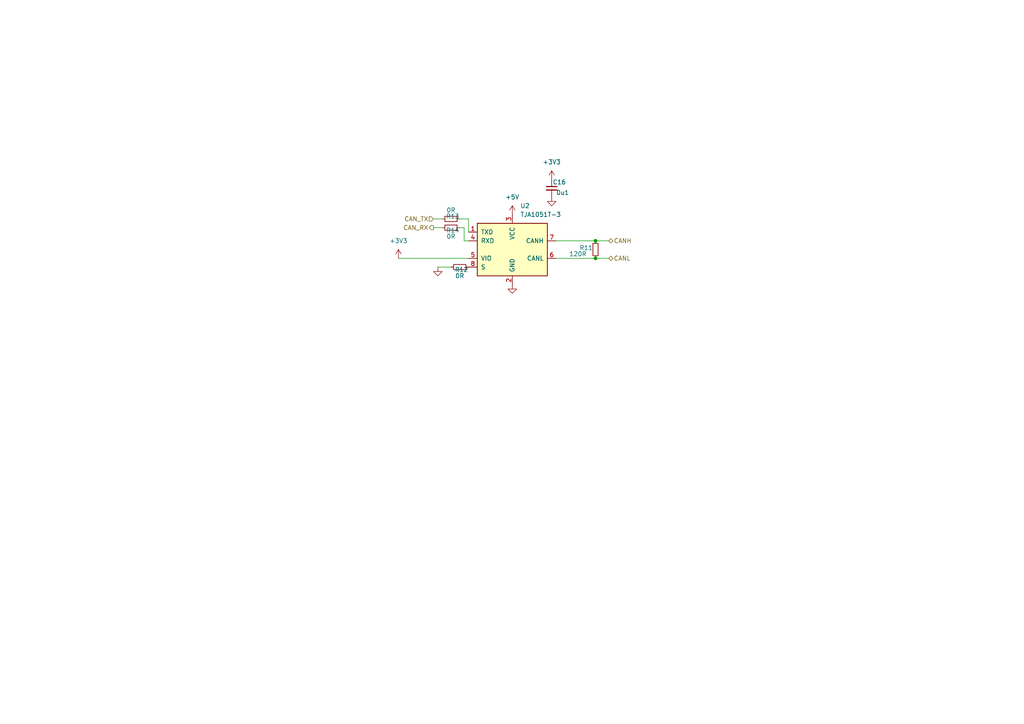
<source format=kicad_sch>
(kicad_sch (version 20231120) (generator "eeschema") (generator_version "8.0")
  (paper "A4")
  (lib_symbols
    (symbol "Device:C_Small" (pin_numbers hide) (pin_names (offset 0.254) hide)
      (property "Reference" "C" (at 0.254 1.778 0))
      (property "Value" "C_Small" (at 0.254 -2.032 0))
      (symbol "C_Small_0_1"
        (polyline (pts (xy -1.524 -0.508) (xy 1.524 -0.508)) (stroke (width 0.3302)))
        (polyline (pts (xy -1.524 0.508) (xy 1.524 0.508)) (stroke (width 0.3048)))
      )
      (symbol "C_Small_1_1"
        (pin passive line (at 0 2.54 270) (length 2.032) (name "~") (number "1"))
        (pin passive line (at 0 -2.54 90) (length 2.032) (name "~") (number "2"))
      )
    )
    (symbol "Device:R_Small" (pin_numbers hide) (pin_names (offset 0.254) hide)
      (property "Reference" "R" (at 0.762 0.508 0))
      (property "Value" "R_Small" (at 0.762 -1.016 0))
      (symbol "R_Small_0_1"
        (rectangle (start -0.762 1.778) (end 0.762 -1.778) (stroke (width 0.2032)))
      )
      (symbol "R_Small_1_1"
        (pin passive line (at 0 2.54 270) (length 0.762) (name "~") (number "1"))
        (pin passive line (at 0 -2.54 90) (length 0.762) (name "~") (number "2"))
      )
    )
    (symbol "Interface_CAN_LIN:TJA1051T-3" (pin_names (offset 1.016))
      (property "Reference" "U" (at -10.16 8.89 0))
      (property "Value" "TJA1051T-3" (at 1.27 8.89 0))
      (symbol "TJA1051T-3_0_1"
        (rectangle (start -10.16 7.62) (end 10.16 -7.62) (stroke (width 0.254)) (fill (type background)))
      )
      (symbol "TJA1051T-3_1_1"
        (pin input line (at -12.7 5.08 0) (length 2.54) (name "TXD") (number "1"))
        (pin power_in line (at 0 -10.16 90) (length 2.54) (name "GND") (number "2"))
        (pin power_in line (at 0 10.16 270) (length 2.54) (name "VCC") (number "3"))
        (pin output line (at -12.7 2.54 0) (length 2.54) (name "RXD") (number "4"))
        (pin power_in line (at -12.7 -2.54 0) (length 2.54) (name "VIO") (number "5"))
        (pin bidirectional line (at 12.7 -2.54 180) (length 2.54) (name "CANL") (number "6"))
        (pin bidirectional line (at 12.7 2.54 180) (length 2.54) (name "CANH") (number "7"))
        (pin input line (at -12.7 -5.08 0) (length 2.54) (name "S") (number "8"))
      )
    )
    (symbol "power:+3V3" (power) (pin_numbers hide) (pin_names (offset 0) hide)
      (property "Value" "+3V3" (at 0 3.556 0))
      (symbol "+3V3_0_1"
        (polyline (pts (xy -0.762 1.27) (xy 0 2.54)))
        (polyline (pts (xy 0 0) (xy 0 2.54)))
        (polyline (pts (xy 0 2.54) (xy 0.762 1.27)))
      )
      (symbol "+3V3_1_1"
        (pin power_in line (at 0 0 90) (length 0) (name "~") (number "1"))
      )
    )
    (symbol "power:+5V" (power) (pin_numbers hide) (pin_names (offset 0) hide)
      (property "Value" "+5V" (at 0 3.556 0))
      (symbol "+5V_0_1"
        (polyline (pts (xy -0.762 1.27) (xy 0 2.54)))
        (polyline (pts (xy 0 0) (xy 0 2.54)))
        (polyline (pts (xy 0 2.54) (xy 0.762 1.27)))
      )
      (symbol "+5V_1_1"
        (pin power_in line (at 0 0 90) (length 0) (name "~") (number "1"))
      )
    )
    (symbol "power:GND" (power) (pin_numbers hide) (pin_names (offset 0) hide)
      (property "Value" "GND" (at 0 -3.81 0))
      (symbol "GND_0_1"
        (polyline (pts (xy 0 0) (xy 0 -1.27) (xy 1.27 -1.27) (xy 0 -2.54) (xy -1.27 -1.27) (xy 0 -1.27)))
      )
      (symbol "GND_1_1"
        (pin power_in line (at 0 0 270) (length 0) (name "~") (number "1"))
      )
    )
  )
  (junction (at 172.72 69.85))
  (junction (at 172.72 74.93))
  (wire (pts (xy 134.62 66.04) (xy 134.62 69.85)))
  (wire (pts (xy 127 77.47) (xy 130.81 77.47)))
  (wire (pts (xy 135.89 63.5) (xy 135.89 67.31)))
  (wire (pts (xy 176.53 69.85) (xy 172.72 69.85)))
  (wire (pts (xy 172.72 69.85) (xy 161.29 69.85)))
  (wire (pts (xy 128.27 63.5) (xy 125.73 63.5)))
  (wire (pts (xy 133.35 63.5) (xy 135.89 63.5)))
  (wire (pts (xy 172.72 74.93) (xy 161.29 74.93)))
  (wire (pts (xy 128.27 66.04) (xy 125.73 66.04)))
  (wire (pts (xy 176.53 74.93) (xy 172.72 74.93)))
  (wire (pts (xy 115.57 74.93) (xy 135.89 74.93)))
  (wire (pts (xy 134.62 69.85) (xy 135.89 69.85)))
  (wire (pts (xy 133.35 66.04) (xy 134.62 66.04)))
  (hierarchical_label "CANL" (shape bidirectional) (at 176.53 74.93 0))
  (hierarchical_label "CAN_RX" (shape output) (at 125.73 66.04 180))
  (hierarchical_label "CAN_TX" (shape input) (at 125.73 63.5 180))
  (hierarchical_label "CANH" (shape bidirectional) (at 176.53 69.85 0))
  (symbol (lib_id "power:+3V3") (at 115.57 74.93 0) (unit 1)
    (property "Reference" "#PWR024" (effects (hide yes)))
    (property "Value" "+3V3" (at 115.57 69.85 0))
    (property "Description" "Power symbol creates a global label with name \"+3V3\"" (effects (hide yes)))
  )
  (symbol (lib_id "Interface_CAN_LIN:TJA1051T-3") (at 148.59 72.39 0) (unit 1)
    (property "Reference" "U2" (at 150.9035 59.69 0) (effects (justify left)))
    (property "Value" "TJA1051T-3" (at 150.9035 62.23 0) (effects (justify left)))
    (property "Footprint" "Package_SO:SOIC-8_3.9x4.9mm_P1.27mm" (effects (hide yes)))
    (property "Datasheet" "http://www.nxp.com/docs/en/data-sheet/TJA1051.pdf" (effects (hide yes)))
    (property "Description" "High-Speed CAN Transceiver, separate VIO, silent mode, SOIC-8" (effects (hide yes)))
  )
  (symbol (lib_id "Device:R_Small") (at 172.72 72.39 0) (mirror y) (unit 1)
    (property "Reference" "R11" (at 171.958 71.882 0) (effects (justify left)))
    (property "Value" "120R" (at 170.18 73.66 0) (effects (justify left)))
    (property "Footprint" "Resistor_SMD:R_0603_1608Metric" (effects (hide yes)))
    (property "Description" "Resistor, small symbol" (effects (hide yes)))
  )
  (symbol (lib_id "Device:R_Small") (at 133.35 77.47 270) (unit 1)
    (property "Reference" "R12" (at 133.858 78.232 90))
    (property "Value" "0R" (at 133.35 80.01 90))
    (property "Footprint" "Resistor_SMD:R_0603_1608Metric" (effects (hide yes)))
    (property "Description" "Resistor, small symbol" (effects (hide yes)))
  )
  (symbol (lib_id "Device:R_Small") (at 130.81 63.5 270) (mirror x) (unit 1)
    (property "Reference" "R13" (at 131.318 62.738 90))
    (property "Value" "0R" (at 130.81 60.96 90))
    (property "Footprint" "Resistor_SMD:R_0603_1608Metric" (effects (hide yes)))
    (property "Description" "Resistor, small symbol" (effects (hide yes)))
  )
  (symbol (lib_id "Device:R_Small") (at 130.81 66.04 270) (unit 1)
    (property "Reference" "R14" (at 131.318 66.802 90))
    (property "Value" "0R" (at 130.81 68.58 90))
    (property "Footprint" "Resistor_SMD:R_0603_1608Metric" (effects (hide yes)))
    (property "Description" "Resistor, small symbol" (effects (hide yes)))
  )
  (symbol (lib_id "power:+3V3") (at 160.02 52.07 0) (unit 1)
    (property "Reference" "#PWR026" (effects (hide yes)))
    (property "Value" "+3V3" (at 160.02 46.99 0))
    (property "Description" "Power symbol creates a global label with name \"+3V3\"" (effects (hide yes)))
  )
  (symbol (lib_id "power:+5V") (at 148.59 62.23 0) (unit 1)
    (property "Reference" "#PWR023" (effects (hide yes)))
    (property "Value" "+5V" (at 148.59 57.15 0))
    (property "Description" "Power symbol creates a global label with name \"+5V\"" (effects (hide yes)))
  )
  (symbol (lib_id "Device:C_Small") (at 160.02 54.61 0) (unit 1)
    (property "Reference" "C16" (at 160.274 52.832 0) (effects (justify left)))
    (property "Value" "0u1" (at 161.29 55.88 0) (effects (justify left)))
    (property "Footprint" "Capacitor_SMD:C_0603_1608Metric" (effects (hide yes)))
    (property "Description" "Unpolarized capacitor, small symbol" (effects (hide yes)))
  )
  (symbol (lib_id "power:GND") (at 127 77.47 0) (mirror y) (unit 1)
    (property "Reference" "#PWR025" (effects (hide yes)))
    (property "Value" "GND" (effects (hide yes)))
    (property "Description" "Power symbol creates a global label with name \"GND\" , ground" (effects (hide yes)))
  )
  (symbol (lib_id "power:GND") (at 160.02 57.15 0) (unit 1)
    (property "Reference" "#PWR027" (effects (hide yes)))
    (property "Value" "GND" (effects (hide yes)))
    (property "Description" "Power symbol creates a global label with name \"GND\" , ground" (effects (hide yes)))
  )
  (symbol (lib_id "power:GND") (at 148.59 82.55 0) (mirror y) (unit 1)
    (property "Reference" "#PWR022" (effects (hide yes)))
    (property "Value" "GND" (effects (hide yes)))
    (property "Description" "Power symbol creates a global label with name \"GND\" , ground" (effects (hide yes)))
  )
)
</source>
